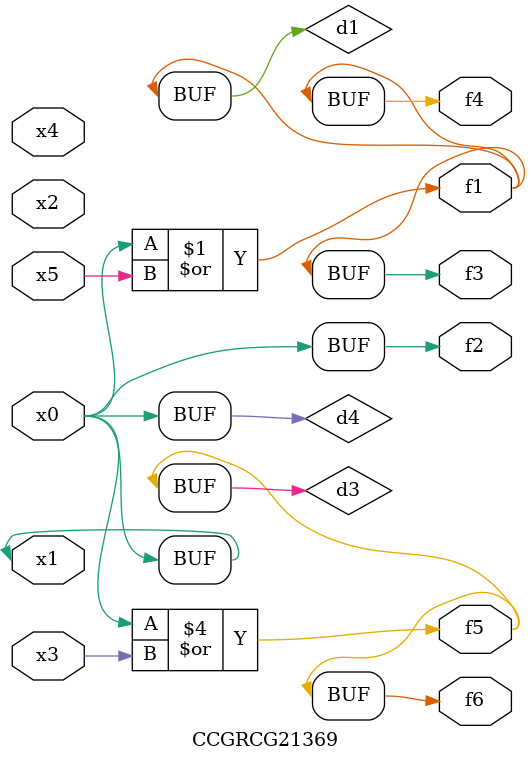
<source format=v>
module CCGRCG21369(
	input x0, x1, x2, x3, x4, x5,
	output f1, f2, f3, f4, f5, f6
);

	wire d1, d2, d3, d4;

	or (d1, x0, x5);
	xnor (d2, x1, x4);
	or (d3, x0, x3);
	buf (d4, x0, x1);
	assign f1 = d1;
	assign f2 = d4;
	assign f3 = d1;
	assign f4 = d1;
	assign f5 = d3;
	assign f6 = d3;
endmodule

</source>
